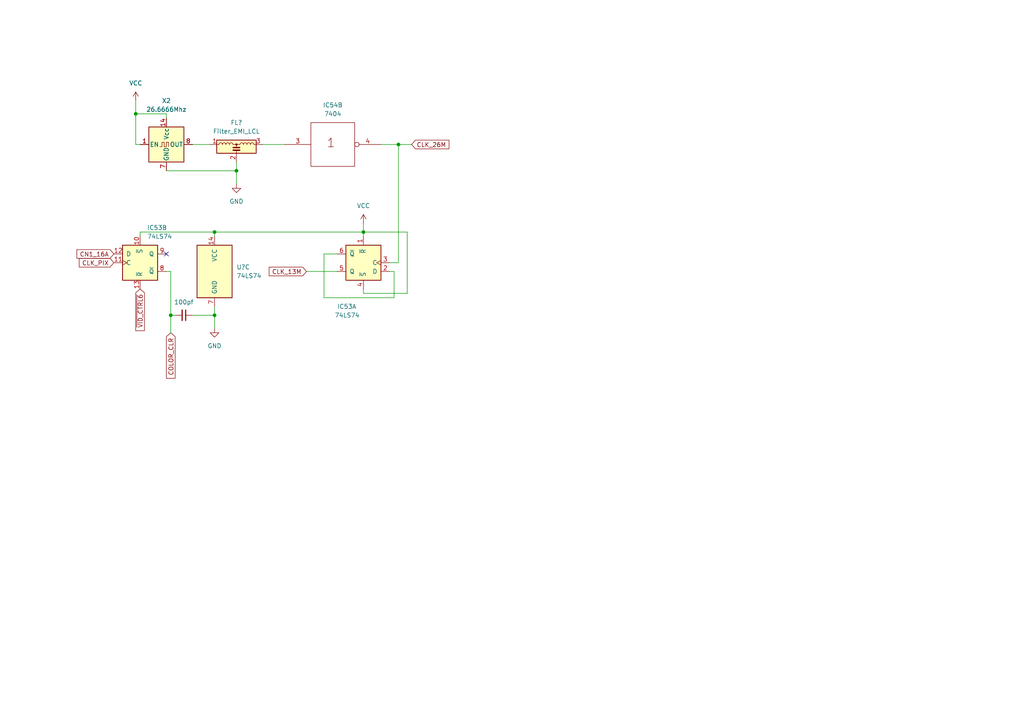
<source format=kicad_sch>
(kicad_sch (version 20230121) (generator eeschema)
  (paper "A4")
  (lib_symbols
    (symbol "74xx:74LS74" (pin_names (offset 1.016))
      (property "Reference" "U" (at -7.62 8.89 0))
      (property "Value" "74LS74" (at -7.62 -8.89 0))
      (symbol "74LS74_1_0"
        (pin input line (at 0 -7.62 90) (length 2.54) (name "~{R}") (number "1"))
        (pin input line (at -7.62 2.54 0) (length 2.54) (name "D") (number "2"))
        (pin input clock (at -7.62 0 0) (length 2.54) (name "C") (number "3"))
        (pin input line (at 0 7.62 270) (length 2.54) (name "~{S}") (number "4"))
        (pin output line (at 7.62 2.54 180) (length 2.54) (name "Q") (number "5"))
        (pin output line (at 7.62 -2.54 180) (length 2.54) (name "~{Q}") (number "6"))
      )
      (symbol "74LS74_1_1"
        (rectangle (start -5.08 5.08) (end 5.08 -5.08) (stroke (width 0.254)) (fill (type background)))
      )
      (symbol "74LS74_2_0"
        (pin input line (at 0 7.62 270) (length 2.54) (name "~{S}") (number "10"))
        (pin input clock (at -7.62 0 0) (length 2.54) (name "C") (number "11"))
        (pin input line (at -7.62 2.54 0) (length 2.54) (name "D") (number "12"))
        (pin input line (at 0 -7.62 90) (length 2.54) (name "~{R}") (number "13"))
        (pin output line (at 7.62 -2.54 180) (length 2.54) (name "~{Q}") (number "8"))
        (pin output line (at 7.62 2.54 180) (length 2.54) (name "Q") (number "9"))
      )
      (symbol "74LS74_2_1"
        (rectangle (start -5.08 5.08) (end 5.08 -5.08) (stroke (width 0.254)) (fill (type background)))
      )
      (symbol "74LS74_3_0"
        (pin power_in line (at 0 10.16 270) (length 2.54) (name "VCC") (number "14"))
        (pin power_in line (at 0 -10.16 90) (length 2.54) (name "GND") (number "7"))
      )
      (symbol "74LS74_3_1"
        (rectangle (start -5.08 7.62) (end 5.08 -7.62) (stroke (width 0.254)) (fill (type background)))
      )
    )
    (symbol "74xx_IEEE:7404" (pin_names (offset 0.762))
      (property "Reference" "U" (at 5.08 7.62 0))
      (property "Value" "7404" (at 3.81 -8.89 0))
      (symbol "7404_0_0"
        (text "1" (at -0.508 0.508 0) (effects (font (size 2.54 2.54))))
      )
      (symbol "7404_0_1"
        (rectangle (start -6.35 6.35) (end 6.35 -6.35))
        (pin power_in line (at 0 6.35 270) (length 0) hide (name "Vcc") (number "14"))
        (pin power_in line (at 0 -6.35 90) (length 0) hide (name "Gnd") (number "7"))
      )
      (symbol "7404_1_1"
        (pin input line (at -13.97 0 0) (length 7.62) (name "~") (number "1"))
        (pin input inverted (at 13.97 0 180) (length 7.62) (name "~") (number "2"))
      )
      (symbol "7404_2_1"
        (pin input line (at -13.97 0 0) (length 7.62) (name "~") (number "3"))
        (pin input inverted (at 13.97 0 180) (length 7.62) (name "~") (number "4"))
      )
      (symbol "7404_3_1"
        (pin input line (at -13.97 0 0) (length 7.62) (name "~") (number "5"))
        (pin input inverted (at 13.97 0 180) (length 7.62) (name "~") (number "6"))
      )
      (symbol "7404_4_1"
        (pin input inverted (at 13.97 0 180) (length 7.62) (name "~") (number "8"))
        (pin input line (at -13.97 0 0) (length 7.62) (name "~") (number "9"))
      )
      (symbol "7404_5_1"
        (pin input inverted (at 13.97 0 180) (length 7.62) (name "~") (number "10"))
        (pin input line (at -13.97 0 0) (length 7.62) (name "~") (number "11"))
      )
      (symbol "7404_6_1"
        (pin input inverted (at 13.97 0 180) (length 7.62) (name "~") (number "12"))
        (pin input line (at -13.97 0 0) (length 7.62) (name "~") (number "13"))
      )
    )
    (symbol "Device:C_Small" (pin_numbers hide) (pin_names (offset 0.254) hide)
      (property "Reference" "C" (at 0.254 1.778 0))
      (property "Value" "C_Small" (at 0.254 -2.032 0))
      (symbol "C_Small_0_1"
        (polyline (pts (xy -1.524 -0.508) (xy 1.524 -0.508)) (stroke (width 0.3302)))
        (polyline (pts (xy -1.524 0.508) (xy 1.524 0.508)) (stroke (width 0.3048)))
      )
      (symbol "C_Small_1_1"
        (pin passive line (at 0 2.54 270) (length 2.032) (name "~") (number "1"))
        (pin passive line (at 0 -2.54 90) (length 2.032) (name "~") (number "2"))
      )
    )
    (symbol "Device:Filter_EMI_LCL" (pin_names (offset 0.254) hide)
      (property "Reference" "FL" (at 0 6.985 0))
      (property "Value" "Filter_EMI_LCL" (at 0 5.08 0))
      (symbol "Filter_EMI_LCL_0_1"
        (rectangle (start -5.715 3.81) (end 5.715 0) (stroke (width 0.254)) (fill (type background)))
        (arc (start -4.064 2.54) (mid -4.572 3.0458) (end -5.08 2.54))
        (arc (start -3.048 2.54) (mid -3.556 3.0458) (end -4.064 2.54))
        (arc (start -2.032 2.54) (mid -2.54 3.0458) (end -3.048 2.54))
        (rectangle (start -1.016 0.762) (end 1.016 1.016) (fill (type outline)))
        (arc (start -1.016 2.54) (mid -1.524 3.0458) (end -2.032 2.54))
        (polyline (pts (xy -1.016 2.54) (xy 1.016 2.54)))
        (polyline (pts (xy 0 0.762) (xy 0 0)))
        (polyline (pts (xy 0 2.54) (xy 0 1.778)))
        (circle (center 0 2.54) (radius 0.254) (fill (type outline)))
        (rectangle (start 1.016 1.524) (end -1.016 1.778) (fill (type outline)))
        (arc (start 2.032 2.54) (mid 1.524 3.0458) (end 1.016 2.54))
        (arc (start 3.048 2.54) (mid 2.54 3.0458) (end 2.032 2.54))
        (arc (start 4.064 2.54) (mid 3.556 3.0458) (end 3.048 2.54))
        (arc (start 5.08 2.54) (mid 4.572 3.0458) (end 4.064 2.54))
      )
      (symbol "Filter_EMI_LCL_1_1"
        (pin passive line (at -7.62 2.54 0) (length 2.54) (name "1") (number "1"))
        (pin passive line (at 0 -2.54 90) (length 2.54) (name "2") (number "2"))
        (pin passive line (at 7.62 2.54 180) (length 2.54) (name "3") (number "3"))
      )
    )
    (symbol "Oscillator:CXO_DIP14" (pin_names (offset 0.254))
      (property "Reference" "X" (at -5.08 6.35 0))
      (property "Value" "CXO_DIP14" (at 1.27 -6.35 0))
      (symbol "CXO_DIP14_0_1"
        (rectangle (start -5.08 5.08) (end 5.08 -5.08) (stroke (width 0.254)) (fill (type background)))
        (polyline (pts (xy -1.905 -0.635) (xy -1.27 -0.635) (xy -1.27 0.635) (xy -0.635 0.635) (xy -0.635 -0.635) (xy 0 -0.635) (xy 0 0.635) (xy 0.635 0.635) (xy 0.635 -0.635)))
      )
      (symbol "CXO_DIP14_1_1"
        (pin input line (at -7.62 0 0) (length 2.54) (name "EN") (number "1"))
        (pin power_in line (at 0 7.62 270) (length 2.54) (name "Vcc") (number "14"))
        (pin power_in line (at 0 -7.62 90) (length 2.54) (name "GND") (number "7"))
        (pin output line (at 7.62 0 180) (length 2.54) (name "OUT") (number "8"))
      )
    )
    (symbol "power:GND" (power) (pin_names (offset 0))
      (property "Value" "GND" (at 0 -3.81 0))
      (symbol "GND_0_1"
        (polyline (pts (xy 0 0) (xy 0 -1.27) (xy 1.27 -1.27) (xy 0 -2.54) (xy -1.27 -1.27) (xy 0 -1.27)))
      )
      (symbol "GND_1_1"
        (pin power_in line (at 0 0 270) (length 0) hide (name "GND") (number "1"))
      )
    )
    (symbol "power:VCC" (power) (pin_names (offset 0))
      (property "Value" "VCC" (at 0 3.81 0))
      (symbol "VCC_0_1"
        (polyline (pts (xy -0.762 1.27) (xy 0 2.54)))
        (polyline (pts (xy 0 0) (xy 0 2.54)))
        (polyline (pts (xy 0 2.54) (xy 0.762 1.27)))
      )
      (symbol "VCC_1_1"
        (pin power_in line (at 0 0 90) (length 0) hide (name "VCC") (number "1"))
      )
    )
  )
  (junction (at 68.58 49.53))
  (junction (at 115.57 41.91))
  (junction (at 62.23 91.44))
  (junction (at 62.23 67.31))
  (junction (at 49.53 91.44))
  (junction (at 39.37 33.02))
  (junction (at 105.41 67.31))
  (no_connect (at 48.26 73.66))
  (wire (pts (xy 68.58 53.34) (xy 68.58 49.53)))
  (wire (pts (xy 68.58 49.53) (xy 68.58 46.99)))
  (wire (pts (xy 113.03 78.74) (xy 114.3 78.74)))
  (wire (pts (xy 113.03 76.2) (xy 115.57 76.2)))
  (wire (pts (xy 48.26 78.74) (xy 49.53 78.74)))
  (wire (pts (xy 118.11 85.09) (xy 105.41 85.09)))
  (wire (pts (xy 39.37 41.91) (xy 39.37 33.02)))
  (wire (pts (xy 49.53 78.74) (xy 49.53 91.44)))
  (wire (pts (xy 93.98 86.36) (xy 93.98 73.66)))
  (wire (pts (xy 62.23 67.31) (xy 40.64 67.31)))
  (wire (pts (xy 39.37 29.21) (xy 39.37 33.02)))
  (wire (pts (xy 62.23 91.44) (xy 62.23 95.25)))
  (wire (pts (xy 105.41 67.31) (xy 62.23 67.31)))
  (wire (pts (xy 55.88 41.91) (xy 60.96 41.91)))
  (wire (pts (xy 105.41 68.58) (xy 105.41 67.31)))
  (wire (pts (xy 115.57 41.91) (xy 110.49 41.91)))
  (wire (pts (xy 40.64 41.91) (xy 39.37 41.91)))
  (wire (pts (xy 40.64 67.31) (xy 40.64 68.58)))
  (wire (pts (xy 48.26 33.02) (xy 39.37 33.02)))
  (wire (pts (xy 118.11 67.31) (xy 118.11 85.09)))
  (wire (pts (xy 50.8 91.44) (xy 49.53 91.44)))
  (wire (pts (xy 119.38 41.91) (xy 115.57 41.91)))
  (wire (pts (xy 62.23 88.9) (xy 62.23 91.44)))
  (wire (pts (xy 105.41 67.31) (xy 118.11 67.31)))
  (wire (pts (xy 115.57 76.2) (xy 115.57 41.91)))
  (wire (pts (xy 105.41 64.77) (xy 105.41 67.31)))
  (wire (pts (xy 48.26 34.29) (xy 48.26 33.02)))
  (wire (pts (xy 88.9 78.74) (xy 97.79 78.74)))
  (wire (pts (xy 48.26 49.53) (xy 68.58 49.53)))
  (wire (pts (xy 76.2 41.91) (xy 82.55 41.91)))
  (wire (pts (xy 114.3 86.36) (xy 93.98 86.36)))
  (wire (pts (xy 114.3 78.74) (xy 114.3 86.36)))
  (wire (pts (xy 93.98 73.66) (xy 97.79 73.66)))
  (wire (pts (xy 105.41 85.09) (xy 105.41 83.82)))
  (wire (pts (xy 55.88 91.44) (xy 62.23 91.44)))
  (wire (pts (xy 62.23 68.58) (xy 62.23 67.31)))
  (wire (pts (xy 49.53 91.44) (xy 49.53 96.52)))
  (global_label "~{VID_CTRL6}" (shape input) (at 40.64 83.82 270) (property "Intersheetrefs" "${INTERSHEET_REFS}" (effects hide)))
  (global_label "COLOR_CLR" (shape input) (at 49.53 96.52 270) (property "Intersheetrefs" "${INTERSHEET_REFS}" (effects hide)))
  (global_label "CLK_26M" (shape input) (at 119.38 41.91 0) (property "Intersheetrefs" "${INTERSHEET_REFS}" (effects hide)))
  (global_label "CLK_PIX" (shape input) (at 33.02 76.2 180) (property "Intersheetrefs" "${INTERSHEET_REFS}" (effects hide)))
  (global_label "CN1_16A" (shape input) (at 33.02 73.66 180) (property "Intersheetrefs" "${INTERSHEET_REFS}" (effects hide)))
  (global_label "CLK_13M" (shape input) (at 88.9 78.74 180) (property "Intersheetrefs" "${INTERSHEET_REFS}" (effects hide)))
  (symbol (lib_id "74xx_IEEE:7404") (at 96.52 41.91 0) (unit 2)
    (property "Reference" "IC54" (at 96.52 30.48 0))
    (property "Value" "7404" (at 96.52 33.02 0))
  )
  (symbol (lib_id "74xx:74LS74") (at 40.64 76.2 0) (unit 2)
    (property "Reference" "IC53" (at 42.6594 66.04 0) (effects (justify left)))
    (property "Value" "74LS74" (at 42.6594 68.58 0) (effects (justify left)))
    (property "Datasheet" "74xx/74hc_hct74.pdf" (effects hide))
  )
  (symbol (lib_id "Device:C_Small") (at 53.34 91.44 270) (unit 1)
    (property "Reference" "C?" (effects hide))
    (property "Value" "100pf" (at 53.3336 87.63 90))
  )
  (symbol (lib_id "Oscillator:CXO_DIP14") (at 48.26 41.91 0) (unit 1)
    (property "Reference" "X2" (at 48.26 29.21 0))
    (property "Value" "26.6666Mhz" (at 48.26 31.75 0))
    (property "Footprint" "Oscillator:Oscillator_DIP-14" (effects hide))
    (property "Datasheet" "http://cdn-reichelt.de/documents/datenblatt/B400/OSZI.pdf" (effects hide))
  )
  (symbol (lib_id "power:VCC") (at 39.37 29.21 0) (unit 1)
    (property "Reference" "#PWR?" (effects hide))
    (property "Value" "VCC" (at 39.37 24.13 0))
  )
  (symbol (lib_id "power:GND") (at 68.58 53.34 0) (unit 1)
    (property "Reference" "#PWR?" (effects hide))
    (property "Value" "GND" (at 68.58 58.42 0))
  )
  (symbol (lib_id "Device:Filter_EMI_LCL") (at 68.58 44.45 0) (unit 1)
    (property "Reference" "FL?" (at 68.58 35.56 0))
    (property "Value" "Filter_EMI_LCL" (at 68.58 38.1 0))
    (property "Datasheet" "http://www.murata.com/~/media/webrenewal/support/library/catalog/products/emc/emifil/c31e.ashx?la=en-gb" (effects hide))
  )
  (symbol (lib_id "power:GND") (at 62.23 95.25 0) (unit 1)
    (property "Reference" "#PWR?" (effects hide))
    (property "Value" "GND" (at 62.23 100.33 0))
  )
  (symbol (lib_id "74xx:74LS74") (at 62.23 78.74 0) (unit 3)
    (property "Reference" "U?" (at 68.58 77.4699 0) (effects (justify left)))
    (property "Value" "74LS74" (at 68.58 80.0099 0) (effects (justify left)))
    (property "Datasheet" "74xx/74hc_hct74.pdf" (effects hide))
  )
  (symbol (lib_id "74xx:74LS74") (at 105.41 76.2 180) (unit 1)
    (property "Reference" "IC53" (at 97.79 88.9 0) (effects (justify right)))
    (property "Value" "74LS74" (at 97.0406 91.44 0) (effects (justify right)))
    (property "Datasheet" "74xx/74hc_hct74.pdf" (effects hide))
  )
  (symbol (lib_id "power:VCC") (at 105.41 64.77 0) (unit 1)
    (property "Reference" "#PWR?" (effects hide))
    (property "Value" "VCC" (at 105.41 59.69 0))
  )
)
</source>
